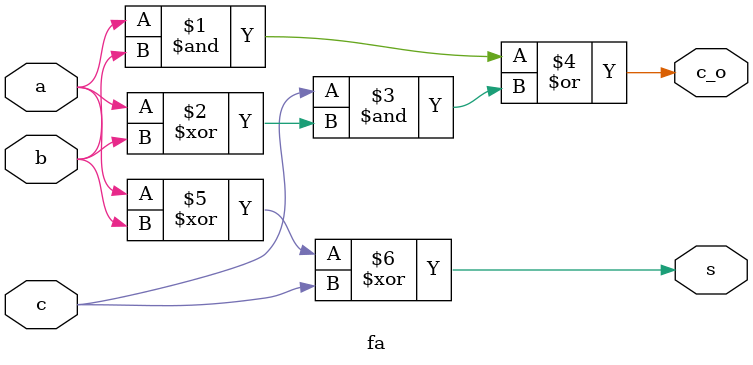
<source format=sv>

module fa(a,b,c,c_o,s);
  
input a,b,c;
output c_o,s;
assign c_o = (a&b)|(c&(a^b));
assign s = a^b^c;
  
endmodule

</source>
